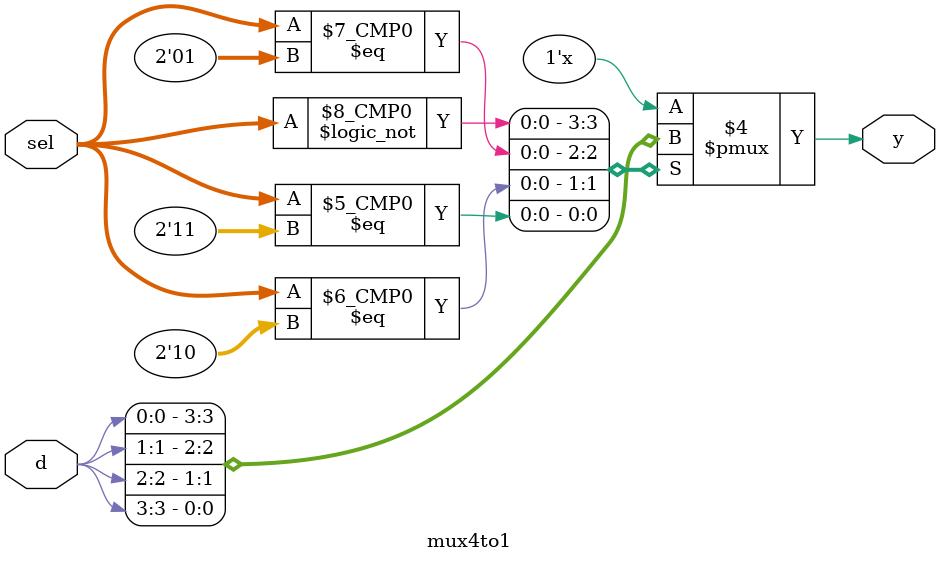
<source format=sv>
module tb;
bit y;
bit a, b;
initial
  for (int i = 0 ; i<4;i++) begin
    {a,b} = i;
	#0; $display(a,b,"  ", y, "   ", ~(a^b));
  end
  
mux4to1 i0 (
//truth table outputs here
.d ( {
1'b1,
1'b0,
1'b0,
1'b1
}), 
.sel({a,b}),
.y
);

endmodule

module mux4to1 ( 
input [3:0] d, input [1:0] sel, output logic y
);

always_comb
  case (sel)
    2'b00: y = d[0];    
	2'b01: y = d[1];    
	2'b10: y = d[2];   
	2'b11: y = d[3];
  endcase
endmodule
</source>
